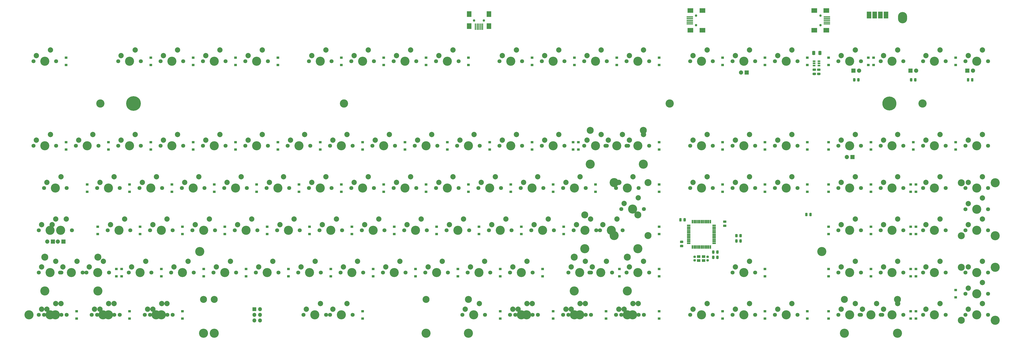
<source format=gbr>
G04 #@! TF.GenerationSoftware,KiCad,Pcbnew,5.1.6*
G04 #@! TF.CreationDate,2020-10-03T15:38:36+02:00*
G04 #@! TF.ProjectId,gh80-3003,67683830-2d33-4303-9033-2e6b69636164,rev?*
G04 #@! TF.SameCoordinates,Original*
G04 #@! TF.FileFunction,Soldermask,Bot*
G04 #@! TF.FilePolarity,Negative*
%FSLAX46Y46*%
G04 Gerber Fmt 4.6, Leading zero omitted, Abs format (unit mm)*
G04 Created by KiCad (PCBNEW 5.1.6) date 2020-10-03 15:38:36*
%MOMM*%
%LPD*%
G01*
G04 APERTURE LIST*
%ADD10C,1.803800*%
%ADD11C,4.089800*%
%ADD12C,2.388000*%
%ADD13R,1.162000X0.752000*%
%ADD14R,1.502000X1.302000*%
%ADD15R,1.302000X1.002000*%
%ADD16R,0.652000X1.602000*%
%ADD17R,1.602000X0.652000*%
%ADD18C,3.150000*%
%ADD19R,2.102000X3.102000*%
%ADD20O,4.102000X5.102000*%
%ADD21C,4.102000*%
%ADD22R,2.852000X0.602000*%
%ADD23R,2.602000X2.102000*%
%ADD24C,1.102000*%
%ADD25R,1.802000X1.802000*%
%ADD26O,1.802000X1.802000*%
%ADD27R,1.902000X1.902000*%
%ADD28C,1.902000*%
%ADD29C,6.602000*%
%ADD30C,3.702000*%
%ADD31C,6.302000*%
%ADD32R,1.880000X1.880000*%
%ADD33C,1.880000*%
%ADD34R,2.102000X2.602000*%
%ADD35R,0.602000X2.852000*%
G04 APERTURE END LIST*
D10*
X309881280Y-9525000D03*
X299721280Y-9525000D03*
D11*
X304801280Y-9525000D03*
D12*
X300991280Y-6985000D03*
X307341280Y-4445000D03*
D13*
X355453301Y-10450601D03*
X355453301Y-9500601D03*
X355453301Y-11400601D03*
X357653301Y-11400601D03*
X357653301Y-10450601D03*
X357653301Y-9500601D03*
G36*
G01*
X355965200Y-5084800D02*
X355965200Y-6396000D01*
G75*
G02*
X355694800Y-6666400I-270400J0D01*
G01*
X354883600Y-6666400D01*
G75*
G02*
X354613200Y-6396000I0J270400D01*
G01*
X354613200Y-5084800D01*
G75*
G02*
X354883600Y-4814400I270400J0D01*
G01*
X355694800Y-4814400D01*
G75*
G02*
X355965200Y-5084800I0J-270400D01*
G01*
G37*
G36*
G01*
X358765200Y-5084800D02*
X358765200Y-6396000D01*
G75*
G02*
X358494800Y-6666400I-270400J0D01*
G01*
X357683600Y-6666400D01*
G75*
G02*
X357413200Y-6396000I0J270400D01*
G01*
X357413200Y-5084800D01*
G75*
G02*
X357683600Y-4814400I270400J0D01*
G01*
X358494800Y-4814400D01*
G75*
G02*
X358765200Y-5084800I0J-270400D01*
G01*
G37*
G36*
G01*
X425249795Y-17377640D02*
X425249795Y-18341140D01*
G75*
G02*
X424980545Y-18610390I-269250J0D01*
G01*
X424442045Y-18610390D01*
G75*
G02*
X424172795Y-18341140I0J269250D01*
G01*
X424172795Y-17377640D01*
G75*
G02*
X424442045Y-17108390I269250J0D01*
G01*
X424980545Y-17108390D01*
G75*
G02*
X425249795Y-17377640I0J-269250D01*
G01*
G37*
G36*
G01*
X427124795Y-17377640D02*
X427124795Y-18341140D01*
G75*
G02*
X426855545Y-18610390I-269250J0D01*
G01*
X426317045Y-18610390D01*
G75*
G02*
X426047795Y-18341140I0J269250D01*
G01*
X426047795Y-17377640D01*
G75*
G02*
X426317045Y-17108390I269250J0D01*
G01*
X426855545Y-17108390D01*
G75*
G02*
X427124795Y-17377640I0J-269250D01*
G01*
G37*
G36*
G01*
X399651336Y-17377640D02*
X399651336Y-18341140D01*
G75*
G02*
X399382086Y-18610390I-269250J0D01*
G01*
X398843586Y-18610390D01*
G75*
G02*
X398574336Y-18341140I0J269250D01*
G01*
X398574336Y-17377640D01*
G75*
G02*
X398843586Y-17108390I269250J0D01*
G01*
X399382086Y-17108390D01*
G75*
G02*
X399651336Y-17377640I0J-269250D01*
G01*
G37*
G36*
G01*
X401526336Y-17377640D02*
X401526336Y-18341140D01*
G75*
G02*
X401257086Y-18610390I-269250J0D01*
G01*
X400718586Y-18610390D01*
G75*
G02*
X400449336Y-18341140I0J269250D01*
G01*
X400449336Y-17377640D01*
G75*
G02*
X400718586Y-17108390I269250J0D01*
G01*
X401257086Y-17108390D01*
G75*
G02*
X401526336Y-17377640I0J-269250D01*
G01*
G37*
G36*
G01*
X374052877Y-17377640D02*
X374052877Y-18341140D01*
G75*
G02*
X373783627Y-18610390I-269250J0D01*
G01*
X373245127Y-18610390D01*
G75*
G02*
X372975877Y-18341140I0J269250D01*
G01*
X372975877Y-17377640D01*
G75*
G02*
X373245127Y-17108390I269250J0D01*
G01*
X373783627Y-17108390D01*
G75*
G02*
X374052877Y-17377640I0J-269250D01*
G01*
G37*
G36*
G01*
X375927877Y-17377640D02*
X375927877Y-18341140D01*
G75*
G02*
X375658627Y-18610390I-269250J0D01*
G01*
X375120127Y-18610390D01*
G75*
G02*
X374850877Y-18341140I0J269250D01*
G01*
X374850877Y-17377640D01*
G75*
G02*
X375120127Y-17108390I269250J0D01*
G01*
X375658627Y-17108390D01*
G75*
G02*
X375927877Y-17377640I0J-269250D01*
G01*
G37*
G36*
G01*
X357087551Y-14634201D02*
X358051051Y-14634201D01*
G75*
G02*
X358320301Y-14903451I0J-269250D01*
G01*
X358320301Y-15441951D01*
G75*
G02*
X358051051Y-15711201I-269250J0D01*
G01*
X357087551Y-15711201D01*
G75*
G02*
X356818301Y-15441951I0J269250D01*
G01*
X356818301Y-14903451D01*
G75*
G02*
X357087551Y-14634201I269250J0D01*
G01*
G37*
G36*
G01*
X357087551Y-12759201D02*
X358051051Y-12759201D01*
G75*
G02*
X358320301Y-13028451I0J-269250D01*
G01*
X358320301Y-13566951D01*
G75*
G02*
X358051051Y-13836201I-269250J0D01*
G01*
X357087551Y-13836201D01*
G75*
G02*
X356818301Y-13566951I0J269250D01*
G01*
X356818301Y-13028451D01*
G75*
G02*
X357087551Y-12759201I269250J0D01*
G01*
G37*
G36*
G01*
X355055551Y-14634201D02*
X356019051Y-14634201D01*
G75*
G02*
X356288301Y-14903451I0J-269250D01*
G01*
X356288301Y-15441951D01*
G75*
G02*
X356019051Y-15711201I-269250J0D01*
G01*
X355055551Y-15711201D01*
G75*
G02*
X354786301Y-15441951I0J269250D01*
G01*
X354786301Y-14903451D01*
G75*
G02*
X355055551Y-14634201I269250J0D01*
G01*
G37*
G36*
G01*
X355055551Y-12759201D02*
X356019051Y-12759201D01*
G75*
G02*
X356288301Y-13028451I0J-269250D01*
G01*
X356288301Y-13566951D01*
G75*
G02*
X356019051Y-13836201I-269250J0D01*
G01*
X355055551Y-13836201D01*
G75*
G02*
X354786301Y-13566951I0J269250D01*
G01*
X354786301Y-13028451D01*
G75*
G02*
X355055551Y-12759201I269250J0D01*
G01*
G37*
G36*
G01*
X295892000Y-80480818D02*
X295892000Y-81444318D01*
G75*
G02*
X295622750Y-81713568I-269250J0D01*
G01*
X295084250Y-81713568D01*
G75*
G02*
X294815000Y-81444318I0J269250D01*
G01*
X294815000Y-80480818D01*
G75*
G02*
X295084250Y-80211568I269250J0D01*
G01*
X295622750Y-80211568D01*
G75*
G02*
X295892000Y-80480818I0J-269250D01*
G01*
G37*
G36*
G01*
X297767000Y-80480818D02*
X297767000Y-81444318D01*
G75*
G02*
X297497750Y-81713568I-269250J0D01*
G01*
X296959250Y-81713568D01*
G75*
G02*
X296690000Y-81444318I0J269250D01*
G01*
X296690000Y-80480818D01*
G75*
G02*
X296959250Y-80211568I269250J0D01*
G01*
X297497750Y-80211568D01*
G75*
G02*
X297767000Y-80480818I0J-269250D01*
G01*
G37*
G36*
G01*
X310667000Y-94994998D02*
X310667000Y-95958498D01*
G75*
G02*
X310397750Y-96227748I-269250J0D01*
G01*
X309859250Y-96227748D01*
G75*
G02*
X309590000Y-95958498I0J269250D01*
G01*
X309590000Y-94994998D01*
G75*
G02*
X309859250Y-94725748I269250J0D01*
G01*
X310397750Y-94725748D01*
G75*
G02*
X310667000Y-94994998I0J-269250D01*
G01*
G37*
G36*
G01*
X312542000Y-94994998D02*
X312542000Y-95958498D01*
G75*
G02*
X312272750Y-96227748I-269250J0D01*
G01*
X311734250Y-96227748D01*
G75*
G02*
X311465000Y-95958498I0J269250D01*
G01*
X311465000Y-94994998D01*
G75*
G02*
X311734250Y-94725748I269250J0D01*
G01*
X312272750Y-94725748D01*
G75*
G02*
X312542000Y-94994998I0J-269250D01*
G01*
G37*
G36*
G01*
X321868020Y-88588074D02*
X321868020Y-87624574D01*
G75*
G02*
X322137270Y-87355324I269250J0D01*
G01*
X322675770Y-87355324D01*
G75*
G02*
X322945020Y-87624574I0J-269250D01*
G01*
X322945020Y-88588074D01*
G75*
G02*
X322675770Y-88857324I-269250J0D01*
G01*
X322137270Y-88857324D01*
G75*
G02*
X321868020Y-88588074I0J269250D01*
G01*
G37*
G36*
G01*
X319993020Y-88588074D02*
X319993020Y-87624574D01*
G75*
G02*
X320262270Y-87355324I269250J0D01*
G01*
X320800770Y-87355324D01*
G75*
G02*
X321070020Y-87624574I0J-269250D01*
G01*
X321070020Y-88588074D01*
G75*
G02*
X320800770Y-88857324I-269250J0D01*
G01*
X320262270Y-88857324D01*
G75*
G02*
X319993020Y-88588074I0J269250D01*
G01*
G37*
G36*
G01*
X352526296Y-78099566D02*
X352526296Y-79063066D01*
G75*
G02*
X352257046Y-79332316I-269250J0D01*
G01*
X351718546Y-79332316D01*
G75*
G02*
X351449296Y-79063066I0J269250D01*
G01*
X351449296Y-78099566D01*
G75*
G02*
X351718546Y-77830316I269250J0D01*
G01*
X352257046Y-77830316D01*
G75*
G02*
X352526296Y-78099566I0J-269250D01*
G01*
G37*
G36*
G01*
X354401296Y-78099566D02*
X354401296Y-79063066D01*
G75*
G02*
X354132046Y-79332316I-269250J0D01*
G01*
X353593546Y-79332316D01*
G75*
G02*
X353324296Y-79063066I0J269250D01*
G01*
X353324296Y-78099566D01*
G75*
G02*
X353593546Y-77830316I269250J0D01*
G01*
X354132046Y-77830316D01*
G75*
G02*
X354401296Y-78099566I0J-269250D01*
G01*
G37*
G36*
G01*
X315761750Y-82326500D02*
X314798250Y-82326500D01*
G75*
G02*
X314529000Y-82057250I0J269250D01*
G01*
X314529000Y-81518750D01*
G75*
G02*
X314798250Y-81249500I269250J0D01*
G01*
X315761750Y-81249500D01*
G75*
G02*
X316031000Y-81518750I0J-269250D01*
G01*
X316031000Y-82057250D01*
G75*
G02*
X315761750Y-82326500I-269250J0D01*
G01*
G37*
G36*
G01*
X315761750Y-84201500D02*
X314798250Y-84201500D01*
G75*
G02*
X314529000Y-83932250I0J269250D01*
G01*
X314529000Y-83393750D01*
G75*
G02*
X314798250Y-83124500I269250J0D01*
G01*
X315761750Y-83124500D01*
G75*
G02*
X316031000Y-83393750I0J-269250D01*
G01*
X316031000Y-83932250D01*
G75*
G02*
X315761750Y-84201500I-269250J0D01*
G01*
G37*
G36*
G01*
X295428250Y-92239000D02*
X296391750Y-92239000D01*
G75*
G02*
X296661000Y-92508250I0J-269250D01*
G01*
X296661000Y-93046750D01*
G75*
G02*
X296391750Y-93316000I-269250J0D01*
G01*
X295428250Y-93316000D01*
G75*
G02*
X295159000Y-93046750I0J269250D01*
G01*
X295159000Y-92508250D01*
G75*
G02*
X295428250Y-92239000I269250J0D01*
G01*
G37*
G36*
G01*
X295428250Y-90364000D02*
X296391750Y-90364000D01*
G75*
G02*
X296661000Y-90633250I0J-269250D01*
G01*
X296661000Y-91171750D01*
G75*
G02*
X296391750Y-91441000I-269250J0D01*
G01*
X295428250Y-91441000D01*
G75*
G02*
X295159000Y-91171750I0J269250D01*
G01*
X295159000Y-90633250D01*
G75*
G02*
X295428250Y-90364000I269250J0D01*
G01*
G37*
G36*
G01*
X311465000Y-98339750D02*
X311465000Y-97376250D01*
G75*
G02*
X311734250Y-97107000I269250J0D01*
G01*
X312272750Y-97107000D01*
G75*
G02*
X312542000Y-97376250I0J-269250D01*
G01*
X312542000Y-98339750D01*
G75*
G02*
X312272750Y-98609000I-269250J0D01*
G01*
X311734250Y-98609000D01*
G75*
G02*
X311465000Y-98339750I0J269250D01*
G01*
G37*
G36*
G01*
X309590000Y-98339750D02*
X309590000Y-97376250D01*
G75*
G02*
X309859250Y-97107000I269250J0D01*
G01*
X310397750Y-97107000D01*
G75*
G02*
X310667000Y-97376250I0J-269250D01*
G01*
X310667000Y-98339750D01*
G75*
G02*
X310397750Y-98609000I-269250J0D01*
G01*
X309859250Y-98609000D01*
G75*
G02*
X309590000Y-98339750I0J269250D01*
G01*
G37*
G36*
G01*
X321868020Y-90969326D02*
X321868020Y-90005826D01*
G75*
G02*
X322137270Y-89736576I269250J0D01*
G01*
X322675770Y-89736576D01*
G75*
G02*
X322945020Y-90005826I0J-269250D01*
G01*
X322945020Y-90969326D01*
G75*
G02*
X322675770Y-91238576I-269250J0D01*
G01*
X322137270Y-91238576D01*
G75*
G02*
X321868020Y-90969326I0J269250D01*
G01*
G37*
G36*
G01*
X319993020Y-90969326D02*
X319993020Y-90005826D01*
G75*
G02*
X320262270Y-89736576I269250J0D01*
G01*
X320800770Y-89736576D01*
G75*
G02*
X321070020Y-90005826I0J-269250D01*
G01*
X321070020Y-90969326D01*
G75*
G02*
X320800770Y-91238576I-269250J0D01*
G01*
X320262270Y-91238576D01*
G75*
G02*
X319993020Y-90969326I0J269250D01*
G01*
G37*
D10*
X243205000Y-9525000D03*
X233045000Y-9525000D03*
D11*
X238125000Y-9525000D03*
D12*
X234315000Y-6985000D03*
X240665000Y-4445000D03*
D10*
X433706800Y-9525040D03*
X423546800Y-9525040D03*
D11*
X428626800Y-9525040D03*
D12*
X424816800Y-6985040D03*
X431166800Y-4445040D03*
D10*
X395605000Y-47625000D03*
X385445000Y-47625000D03*
D11*
X390525000Y-47625000D03*
D12*
X386715000Y-45085000D03*
X393065000Y-42545000D03*
D10*
X224155920Y-47625200D03*
X213995920Y-47625200D03*
D11*
X219075920Y-47625200D03*
D12*
X215265920Y-45085200D03*
X221615920Y-42545200D03*
D10*
X62230000Y-66675000D03*
X52070000Y-66675000D03*
D11*
X57150000Y-66675000D03*
D12*
X53340000Y-64135000D03*
X59690000Y-61595000D03*
D10*
X309880000Y-66675000D03*
X299720000Y-66675000D03*
D11*
X304800000Y-66675000D03*
D12*
X300990000Y-64135000D03*
X307340000Y-61595000D03*
D10*
X414655000Y-66675000D03*
X404495000Y-66675000D03*
D11*
X409575000Y-66675000D03*
D12*
X405765000Y-64135000D03*
X412115000Y-61595000D03*
D10*
X21748750Y-85725000D03*
X11588750Y-85725000D03*
D11*
X16668750Y-85725000D03*
D12*
X12858750Y-83185000D03*
X19208750Y-80645000D03*
D10*
X328930000Y-104775000D03*
X318770000Y-104775000D03*
D11*
X323850000Y-104775000D03*
D12*
X320040000Y-102235000D03*
X326390000Y-99695000D03*
D10*
X209867500Y-104775000D03*
X199707500Y-104775000D03*
D11*
X204787500Y-104775000D03*
D12*
X200977500Y-102235000D03*
X207327500Y-99695000D03*
D14*
X305773000Y-97575000D03*
X303573000Y-97575000D03*
X303573000Y-99275000D03*
X305773000Y-99275000D03*
D15*
X419100352Y-7875008D03*
X419100352Y-11175008D03*
X379809694Y-7875008D03*
X379809694Y-11175008D03*
X382190946Y-7875008D03*
X382190946Y-11175008D03*
X361950304Y-7875008D03*
X361950304Y-11175008D03*
X419100352Y-112650096D03*
X419100352Y-115950096D03*
X401240962Y-122175104D03*
X401240962Y-125475104D03*
X398859710Y-122175104D03*
X398859710Y-125475104D03*
X361950304Y-122175104D03*
X361950304Y-125475104D03*
X352425296Y-122175104D03*
X352425296Y-125475104D03*
X333375280Y-122175104D03*
X333375280Y-125475104D03*
X314325264Y-122175104D03*
X314325264Y-125475104D03*
X285750240Y-122175104D03*
X285750240Y-125475104D03*
X261937720Y-122175104D03*
X261937720Y-125475104D03*
X238125200Y-122175104D03*
X238125200Y-125475104D03*
X214312680Y-122175104D03*
X214312680Y-125475104D03*
X152400128Y-122175104D03*
X152400128Y-125475104D03*
X71437560Y-122175104D03*
X71437560Y-125475104D03*
X47625040Y-122175104D03*
X47625040Y-125475104D03*
X23812520Y-122175104D03*
X23812520Y-125475104D03*
X398859710Y-103125088D03*
X398859710Y-106425088D03*
X401240962Y-103125088D03*
X401240962Y-106425088D03*
X381000320Y-103125088D03*
X381000320Y-106425088D03*
X361950304Y-103125088D03*
X361950304Y-106425088D03*
X333375280Y-103125088D03*
X333375280Y-106425088D03*
X285750240Y-103125088D03*
X285750240Y-106425088D03*
X267890850Y-103125088D03*
X267890850Y-106425088D03*
X233362696Y-103125088D03*
X233362696Y-106425088D03*
X214312680Y-103125088D03*
X214312680Y-106425088D03*
X195262664Y-103125088D03*
X195262664Y-106425088D03*
X176212648Y-103125088D03*
X176212648Y-106425088D03*
X157162632Y-103125088D03*
X157162632Y-106425088D03*
X138112616Y-103125088D03*
X138112616Y-106425088D03*
X119062600Y-103125088D03*
X119062600Y-106425088D03*
X100012584Y-103125088D03*
X100012584Y-106425088D03*
X80962568Y-103125088D03*
X80962568Y-106425088D03*
X61912552Y-103125088D03*
X61912552Y-106425088D03*
X41671910Y-103125088D03*
X41671910Y-106425088D03*
X44053162Y-103125088D03*
X44053162Y-106425088D03*
X398859710Y-84075072D03*
X398859710Y-87375072D03*
X401240962Y-84075072D03*
X401240962Y-87375072D03*
X381000320Y-84075072D03*
X381000320Y-87375072D03*
X361950304Y-84075072D03*
X361950304Y-87375072D03*
X285750240Y-84075072D03*
X285750240Y-87375072D03*
X242887704Y-84075072D03*
X242887704Y-87375072D03*
X223837688Y-84075072D03*
X223837688Y-87375072D03*
X204787672Y-84075072D03*
X204787672Y-87375072D03*
X185737656Y-84075072D03*
X185737656Y-87375072D03*
X166687640Y-84075072D03*
X166687640Y-87375072D03*
X147637624Y-84075072D03*
X147637624Y-87375072D03*
X128587608Y-84075072D03*
X128587608Y-87375072D03*
X109537592Y-84075072D03*
X109537592Y-87375072D03*
X90487576Y-84075072D03*
X90487576Y-87375072D03*
X71437560Y-84075072D03*
X71437560Y-87375072D03*
X52387544Y-84075072D03*
X52387544Y-87375072D03*
X33337528Y-84075072D03*
X33337528Y-87375072D03*
X398859710Y-65025056D03*
X398859710Y-68325056D03*
X401240962Y-65025056D03*
X401240962Y-68325056D03*
X381000320Y-65025056D03*
X381000320Y-68325056D03*
X361950304Y-65025056D03*
X361950304Y-68325056D03*
X352425296Y-65025056D03*
X352425296Y-68325056D03*
X333375280Y-65025056D03*
X333375280Y-68325056D03*
X314325264Y-65025056D03*
X314325264Y-68325056D03*
X285750240Y-65025056D03*
X285750240Y-68325056D03*
X257175216Y-65025056D03*
X257175216Y-68325056D03*
X238125200Y-65025056D03*
X238125200Y-68325056D03*
X219075184Y-65025056D03*
X219075184Y-68325056D03*
X200025168Y-65025056D03*
X200025168Y-68325056D03*
X180975152Y-65025056D03*
X180975152Y-68325056D03*
X161925136Y-65025056D03*
X161925136Y-68325056D03*
X142875120Y-65025056D03*
X142875120Y-68325056D03*
X123825104Y-65025056D03*
X123825104Y-68325056D03*
X104775088Y-65025056D03*
X104775088Y-68325056D03*
X85725072Y-65025056D03*
X85725072Y-68325056D03*
X66675056Y-65025056D03*
X66675056Y-68325056D03*
X47625040Y-65025056D03*
X47625040Y-68325056D03*
X28575024Y-65025056D03*
X28575024Y-68325056D03*
X419100352Y-45975040D03*
X419100352Y-49275040D03*
X400050336Y-45975040D03*
X400050336Y-49275040D03*
X381000320Y-45975040D03*
X381000320Y-49275040D03*
X361950304Y-45975040D03*
X361950304Y-49275040D03*
X352425296Y-45975040D03*
X352425296Y-49275040D03*
X333375280Y-45975040D03*
X333375280Y-49275040D03*
X314325264Y-45975040D03*
X314325264Y-49275040D03*
X285750240Y-45975040D03*
X285750240Y-49275040D03*
X249436147Y-45975040D03*
X249436147Y-49275040D03*
X247054895Y-45975040D03*
X247054895Y-49275040D03*
X228600192Y-45975040D03*
X228600192Y-49275040D03*
X209550176Y-45975040D03*
X209550176Y-49275040D03*
X190500160Y-45975040D03*
X190500160Y-49275040D03*
X171450144Y-45975040D03*
X171450144Y-49275040D03*
X152400128Y-45975040D03*
X152400128Y-49275040D03*
X133350112Y-45975040D03*
X133350112Y-49275040D03*
X114300096Y-45975040D03*
X114300096Y-49275040D03*
X95250080Y-45975040D03*
X95250080Y-49275040D03*
X76200064Y-45975040D03*
X76200064Y-49275040D03*
X57150048Y-45975040D03*
X57150048Y-49275040D03*
X38100032Y-45975040D03*
X38100032Y-49275040D03*
X19050016Y-45975040D03*
X19050016Y-49275040D03*
X352425296Y-7875008D03*
X352425296Y-11175008D03*
X333375280Y-7875008D03*
X333375280Y-11175008D03*
X314325264Y-7875008D03*
X314325264Y-11175008D03*
X285750240Y-7875008D03*
X285750240Y-11175008D03*
X266700224Y-7875008D03*
X266700224Y-11175008D03*
X247650208Y-7875008D03*
X247650208Y-11175008D03*
X228600192Y-7875008D03*
X228600192Y-11175008D03*
X200025168Y-7875008D03*
X200025168Y-11175008D03*
X180975152Y-7875008D03*
X180975152Y-11175008D03*
X161925136Y-7875008D03*
X161925136Y-11175008D03*
X142875120Y-7875008D03*
X142875120Y-11175008D03*
X114300096Y-7875008D03*
X114300096Y-11175008D03*
X95250080Y-7875008D03*
X95250080Y-11175008D03*
X76200064Y-7875008D03*
X76200064Y-11175008D03*
X57150048Y-7875008D03*
X57150048Y-11175008D03*
X19050016Y-7875008D03*
X19050016Y-11175008D03*
G36*
G01*
X301470250Y-98724000D02*
X302033750Y-98724000D01*
G75*
G02*
X302278000Y-98968250I0J-244250D01*
G01*
X302278000Y-99456750D01*
G75*
G02*
X302033750Y-99701000I-244250J0D01*
G01*
X301470250Y-99701000D01*
G75*
G02*
X301226000Y-99456750I0J244250D01*
G01*
X301226000Y-98968250D01*
G75*
G02*
X301470250Y-98724000I244250J0D01*
G01*
G37*
G36*
G01*
X301470250Y-97149000D02*
X302033750Y-97149000D01*
G75*
G02*
X302278000Y-97393250I0J-244250D01*
G01*
X302278000Y-97881750D01*
G75*
G02*
X302033750Y-98126000I-244250J0D01*
G01*
X301470250Y-98126000D01*
G75*
G02*
X301226000Y-97881750I0J244250D01*
G01*
X301226000Y-97393250D01*
G75*
G02*
X301470250Y-97149000I244250J0D01*
G01*
G37*
G36*
G01*
X307875750Y-98126000D02*
X307312250Y-98126000D01*
G75*
G02*
X307068000Y-97881750I0J244250D01*
G01*
X307068000Y-97393250D01*
G75*
G02*
X307312250Y-97149000I244250J0D01*
G01*
X307875750Y-97149000D01*
G75*
G02*
X308120000Y-97393250I0J-244250D01*
G01*
X308120000Y-97881750D01*
G75*
G02*
X307875750Y-98126000I-244250J0D01*
G01*
G37*
G36*
G01*
X307875750Y-99701000D02*
X307312250Y-99701000D01*
G75*
G02*
X307068000Y-99456750I0J244250D01*
G01*
X307068000Y-98968250D01*
G75*
G02*
X307312250Y-98724000I244250J0D01*
G01*
X307875750Y-98724000D01*
G75*
G02*
X308120000Y-98968250I0J-244250D01*
G01*
X308120000Y-99456750D01*
G75*
G02*
X307875750Y-99701000I-244250J0D01*
G01*
G37*
D16*
X308800256Y-81811011D03*
X308000256Y-81811011D03*
X307200256Y-81811011D03*
X306400256Y-81811011D03*
X305600256Y-81811011D03*
X304800256Y-81811011D03*
X304000256Y-81811011D03*
X303200256Y-81811011D03*
X302400256Y-81811011D03*
X301600256Y-81811011D03*
X300800256Y-81811011D03*
D17*
X299100256Y-83511011D03*
X299100256Y-84311011D03*
X299100256Y-85111011D03*
X299100256Y-85911011D03*
X299100256Y-86711011D03*
X299100256Y-87511011D03*
X299100256Y-88311011D03*
X299100256Y-89111011D03*
X299100256Y-89911011D03*
X299100256Y-90711011D03*
X299100256Y-91511011D03*
D16*
X300800256Y-93211011D03*
X301600256Y-93211011D03*
X302400256Y-93211011D03*
X303200256Y-93211011D03*
X304000256Y-93211011D03*
X304800256Y-93211011D03*
X305600256Y-93211011D03*
X306400256Y-93211011D03*
X307200256Y-93211011D03*
X308000256Y-93211011D03*
X308800256Y-93211011D03*
D17*
X310500256Y-91511011D03*
X310500256Y-90711011D03*
X310500256Y-89911011D03*
X310500256Y-89111011D03*
X310500256Y-88311011D03*
X310500256Y-87511011D03*
X310500256Y-86711011D03*
X310500256Y-85911011D03*
X310500256Y-85111011D03*
X310500256Y-84311011D03*
X310500256Y-83511011D03*
D11*
X265588750Y-64211201D03*
X265588750Y-88087201D03*
D18*
X280828750Y-64211201D03*
X280828750Y-88087201D03*
D10*
X278923750Y-76149201D03*
X268763750Y-76149201D03*
D11*
X273843750Y-76149201D03*
D12*
X270033750Y-73609201D03*
X276383750Y-71069201D03*
D10*
X157480000Y-9525000D03*
X147320000Y-9525000D03*
D11*
X152400000Y-9525000D03*
D12*
X148590000Y-6985000D03*
X154940000Y-4445000D03*
D10*
X14605008Y-9525008D03*
X4445008Y-9525008D03*
D11*
X9525008Y-9525008D03*
D12*
X5715008Y-6985008D03*
X12065008Y-4445008D03*
D10*
X52705200Y-9525000D03*
X42545200Y-9525000D03*
D11*
X47625200Y-9525000D03*
D12*
X43815200Y-6985000D03*
X50165200Y-4445000D03*
D10*
X71755000Y-9525000D03*
X61595000Y-9525000D03*
D11*
X66675000Y-9525000D03*
D12*
X62865000Y-6985000D03*
X69215000Y-4445000D03*
D10*
X90805360Y-9525000D03*
X80645360Y-9525000D03*
D11*
X85725360Y-9525000D03*
D12*
X81915360Y-6985000D03*
X88265360Y-4445000D03*
D10*
X109855440Y-9525000D03*
X99695440Y-9525000D03*
D11*
X104775440Y-9525000D03*
D12*
X100965440Y-6985000D03*
X107315440Y-4445000D03*
D10*
X138430000Y-9525000D03*
X128270000Y-9525000D03*
D11*
X133350000Y-9525000D03*
D12*
X129540000Y-6985000D03*
X135890000Y-4445000D03*
D10*
X176530000Y-9525000D03*
X166370000Y-9525000D03*
D11*
X171450000Y-9525000D03*
D12*
X167640000Y-6985000D03*
X173990000Y-4445000D03*
D10*
X195580000Y-9525000D03*
X185420000Y-9525000D03*
D11*
X190500000Y-9525000D03*
D12*
X186690000Y-6985000D03*
X193040000Y-4445000D03*
D10*
X224155000Y-9525000D03*
X213995000Y-9525000D03*
D11*
X219075000Y-9525000D03*
D12*
X215265000Y-6985000D03*
X221615000Y-4445000D03*
D10*
X262255000Y-9525000D03*
X252095000Y-9525000D03*
D11*
X257175000Y-9525000D03*
D12*
X253365000Y-6985000D03*
X259715000Y-4445000D03*
D10*
X281305000Y-9525000D03*
X271145000Y-9525000D03*
D11*
X276225000Y-9525000D03*
D12*
X272415000Y-6985000D03*
X278765000Y-4445000D03*
D10*
X328931360Y-9525040D03*
X318771360Y-9525040D03*
D11*
X323851360Y-9525040D03*
D12*
X320041360Y-6985040D03*
X326391360Y-4445040D03*
D10*
X347980000Y-9525000D03*
X337820000Y-9525000D03*
D11*
X342900000Y-9525000D03*
D12*
X339090000Y-6985000D03*
X345440000Y-4445000D03*
D10*
X14605040Y-47625000D03*
X4445040Y-47625000D03*
D11*
X9525040Y-47625000D03*
D12*
X5715040Y-45085000D03*
X12065040Y-42545000D03*
D10*
X33655000Y-47625000D03*
X23495000Y-47625000D03*
D11*
X28575000Y-47625000D03*
D12*
X24765000Y-45085000D03*
X31115000Y-42545000D03*
D10*
X52705200Y-47625200D03*
X42545200Y-47625200D03*
D11*
X47625200Y-47625200D03*
D12*
X43815200Y-45085200D03*
X50165200Y-42545200D03*
D10*
X71755280Y-47625200D03*
X61595280Y-47625200D03*
D11*
X66675280Y-47625200D03*
D12*
X62865280Y-45085200D03*
X69215280Y-42545200D03*
D10*
X90805360Y-47625200D03*
X80645360Y-47625200D03*
D11*
X85725360Y-47625200D03*
D12*
X81915360Y-45085200D03*
X88265360Y-42545200D03*
D10*
X109855440Y-47625200D03*
X99695440Y-47625200D03*
D11*
X104775440Y-47625200D03*
D12*
X100965440Y-45085200D03*
X107315440Y-42545200D03*
D10*
X128905520Y-47625200D03*
X118745520Y-47625200D03*
D11*
X123825520Y-47625200D03*
D12*
X120015520Y-45085200D03*
X126365520Y-42545200D03*
D10*
X147955000Y-47625000D03*
X137795000Y-47625000D03*
D11*
X142875000Y-47625000D03*
D12*
X139065000Y-45085000D03*
X145415000Y-42545000D03*
D10*
X167005680Y-47625200D03*
X156845680Y-47625200D03*
D11*
X161925680Y-47625200D03*
D12*
X158115680Y-45085200D03*
X164465680Y-42545200D03*
D10*
X186055000Y-47625200D03*
X175895000Y-47625200D03*
D11*
X180975000Y-47625200D03*
D12*
X177165000Y-45085200D03*
X183515000Y-42545200D03*
D10*
X205105840Y-47625200D03*
X194945840Y-47625200D03*
D11*
X200025840Y-47625200D03*
D12*
X196215840Y-45085200D03*
X202565840Y-42545200D03*
D10*
X243206000Y-47625000D03*
X233046000Y-47625000D03*
D11*
X238126000Y-47625000D03*
D12*
X234316000Y-45085000D03*
X240666000Y-42545000D03*
D10*
X262256080Y-47625200D03*
X252096080Y-47625200D03*
D11*
X257176080Y-47625200D03*
D12*
X253366080Y-45085200D03*
X259716080Y-42545200D03*
D11*
X278638000Y-55880000D03*
X254762000Y-55880000D03*
D18*
X278638000Y-40640000D03*
X254762000Y-40640000D03*
D10*
X271780000Y-47625000D03*
X261620000Y-47625000D03*
D11*
X266700000Y-47625000D03*
D12*
X262890000Y-45085000D03*
X269240000Y-42545000D03*
D10*
X309880000Y-47625000D03*
X299720000Y-47625000D03*
D11*
X304800000Y-47625000D03*
D12*
X300990000Y-45085000D03*
X307340000Y-42545000D03*
D10*
X328930000Y-47625000D03*
X318770000Y-47625000D03*
D11*
X323850000Y-47625000D03*
D12*
X320040000Y-45085000D03*
X326390000Y-42545000D03*
D10*
X347980000Y-47625000D03*
X337820000Y-47625000D03*
D11*
X342900000Y-47625000D03*
D12*
X339090000Y-45085000D03*
X345440000Y-42545000D03*
D10*
X376555000Y-47625000D03*
X366395000Y-47625000D03*
D11*
X371475000Y-47625000D03*
D12*
X367665000Y-45085000D03*
X374015000Y-42545000D03*
D10*
X414655000Y-47625000D03*
X404495000Y-47625000D03*
D11*
X409575000Y-47625000D03*
D12*
X405765000Y-45085000D03*
X412115000Y-42545000D03*
D10*
X433705000Y-47625000D03*
X423545000Y-47625000D03*
D11*
X428625000Y-47625000D03*
D12*
X424815000Y-45085000D03*
X431165000Y-42545000D03*
D10*
X19367500Y-66675000D03*
X9207500Y-66675000D03*
D11*
X14287500Y-66675000D03*
D12*
X10477500Y-64135000D03*
X16827500Y-61595000D03*
D10*
X43180000Y-66675000D03*
X33020000Y-66675000D03*
D11*
X38100000Y-66675000D03*
D12*
X34290000Y-64135000D03*
X40640000Y-61595000D03*
D10*
X81280000Y-66675000D03*
X71120000Y-66675000D03*
D11*
X76200000Y-66675000D03*
D12*
X72390000Y-64135000D03*
X78740000Y-61595000D03*
D10*
X100330000Y-66675000D03*
X90170000Y-66675000D03*
D11*
X95250000Y-66675000D03*
D12*
X91440000Y-64135000D03*
X97790000Y-61595000D03*
D10*
X119380000Y-66675000D03*
X109220000Y-66675000D03*
D11*
X114300000Y-66675000D03*
D12*
X110490000Y-64135000D03*
X116840000Y-61595000D03*
D10*
X138430000Y-66675000D03*
X128270000Y-66675000D03*
D11*
X133350000Y-66675000D03*
D12*
X129540000Y-64135000D03*
X135890000Y-61595000D03*
D10*
X157480000Y-66675000D03*
X147320000Y-66675000D03*
D11*
X152400000Y-66675000D03*
D12*
X148590000Y-64135000D03*
X154940000Y-61595000D03*
D10*
X176530000Y-66675000D03*
X166370000Y-66675000D03*
D11*
X171450000Y-66675000D03*
D12*
X167640000Y-64135000D03*
X173990000Y-61595000D03*
D10*
X195580000Y-66675000D03*
X185420000Y-66675000D03*
D11*
X190500000Y-66675000D03*
D12*
X186690000Y-64135000D03*
X193040000Y-61595000D03*
D10*
X214630000Y-66675000D03*
X204470000Y-66675000D03*
D11*
X209550000Y-66675000D03*
D12*
X205740000Y-64135000D03*
X212090000Y-61595000D03*
D10*
X233680000Y-66675000D03*
X223520000Y-66675000D03*
D11*
X228600000Y-66675000D03*
D12*
X224790000Y-64135000D03*
X231140000Y-61595000D03*
D10*
X252730000Y-66675000D03*
X242570000Y-66675000D03*
D11*
X247650000Y-66675000D03*
D12*
X243840000Y-64135000D03*
X250190000Y-61595000D03*
D10*
X276542500Y-66675000D03*
X266382500Y-66675000D03*
D11*
X271462500Y-66675000D03*
D12*
X267652500Y-64135000D03*
X274002500Y-61595000D03*
D10*
X328930000Y-66675000D03*
X318770000Y-66675000D03*
D11*
X323850000Y-66675000D03*
D12*
X320040000Y-64135000D03*
X326390000Y-61595000D03*
D10*
X347980000Y-66675000D03*
X337820000Y-66675000D03*
D11*
X342900000Y-66675000D03*
D12*
X339090000Y-64135000D03*
X345440000Y-61595000D03*
D10*
X376555000Y-66675000D03*
X366395000Y-66675000D03*
D11*
X371475000Y-66675000D03*
D12*
X367665000Y-64135000D03*
X374015000Y-61595000D03*
D10*
X395605000Y-66675000D03*
X385445000Y-66675000D03*
D11*
X390525000Y-66675000D03*
D12*
X386715000Y-64135000D03*
X393065000Y-61595000D03*
D10*
X433705000Y-66675000D03*
X423545000Y-66675000D03*
D11*
X428625000Y-66675000D03*
D12*
X424815000Y-64135000D03*
X431165000Y-61595000D03*
D10*
X47942500Y-85725000D03*
X37782500Y-85725000D03*
D11*
X42862500Y-85725000D03*
D12*
X39052500Y-83185000D03*
X45402500Y-80645000D03*
D10*
X66992500Y-85725000D03*
X56832500Y-85725000D03*
D11*
X61912500Y-85725000D03*
D12*
X58102500Y-83185000D03*
X64452500Y-80645000D03*
D10*
X86042500Y-85725000D03*
X75882500Y-85725000D03*
D11*
X80962500Y-85725000D03*
D12*
X77152500Y-83185000D03*
X83502500Y-80645000D03*
D10*
X105092500Y-85725000D03*
X94932500Y-85725000D03*
D11*
X100012500Y-85725000D03*
D12*
X96202500Y-83185000D03*
X102552500Y-80645000D03*
D10*
X124142500Y-85725000D03*
X113982500Y-85725000D03*
D11*
X119062500Y-85725000D03*
D12*
X115252500Y-83185000D03*
X121602500Y-80645000D03*
D10*
X143192500Y-85725000D03*
X133032500Y-85725000D03*
D11*
X138112500Y-85725000D03*
D12*
X134302500Y-83185000D03*
X140652500Y-80645000D03*
D10*
X162242500Y-85725000D03*
X152082500Y-85725000D03*
D11*
X157162500Y-85725000D03*
D12*
X153352500Y-83185000D03*
X159702500Y-80645000D03*
D10*
X181292500Y-85725000D03*
X171132500Y-85725000D03*
D11*
X176212500Y-85725000D03*
D12*
X172402500Y-83185000D03*
X178752500Y-80645000D03*
D10*
X200342500Y-85725000D03*
X190182500Y-85725000D03*
D11*
X195262500Y-85725000D03*
D12*
X191452500Y-83185000D03*
X197802500Y-80645000D03*
D10*
X219392500Y-85725000D03*
X209232500Y-85725000D03*
D11*
X214312500Y-85725000D03*
D12*
X210502500Y-83185000D03*
X216852500Y-80645000D03*
D10*
X238442500Y-85725000D03*
X228282500Y-85725000D03*
D11*
X233362500Y-85725000D03*
D12*
X229552500Y-83185000D03*
X235902500Y-80645000D03*
D11*
X276256750Y-93980000D03*
X252380750Y-93980000D03*
D18*
X276256750Y-78740000D03*
X252380750Y-78740000D03*
D10*
X269398750Y-85725000D03*
X259238750Y-85725000D03*
D11*
X264318750Y-85725000D03*
D12*
X260508750Y-83185000D03*
X266858750Y-80645000D03*
D10*
X376555000Y-85725000D03*
X366395000Y-85725000D03*
D11*
X371475000Y-85725000D03*
D12*
X367665000Y-83185000D03*
X374015000Y-80645000D03*
D10*
X395605000Y-85725000D03*
X385445000Y-85725000D03*
D11*
X390525000Y-85725000D03*
D12*
X386715000Y-83185000D03*
X393065000Y-80645000D03*
D10*
X414655000Y-85725000D03*
X404495000Y-85725000D03*
D11*
X409575000Y-85725000D03*
D12*
X405765000Y-83185000D03*
X412115000Y-80645000D03*
D11*
X436880000Y-64262000D03*
X436880000Y-88138000D03*
D18*
X421640000Y-64262000D03*
X421640000Y-88138000D03*
D10*
X433705000Y-76200000D03*
X423545000Y-76200000D03*
D11*
X428625000Y-76200000D03*
D12*
X424815000Y-73660000D03*
X431165000Y-71120000D03*
D11*
X33369250Y-113030000D03*
X9493250Y-113030000D03*
D18*
X33369250Y-97790000D03*
X9493250Y-97790000D03*
D10*
X26511250Y-104775000D03*
X16351250Y-104775000D03*
D11*
X21431250Y-104775000D03*
D12*
X17621250Y-102235000D03*
X23971250Y-99695000D03*
D10*
X38417500Y-104775000D03*
X28257500Y-104775000D03*
D11*
X33337500Y-104775000D03*
D12*
X29527500Y-102235000D03*
X35877500Y-99695000D03*
D10*
X57467500Y-104775000D03*
X47307500Y-104775000D03*
D11*
X52387500Y-104775000D03*
D12*
X48577500Y-102235000D03*
X54927500Y-99695000D03*
D10*
X76517500Y-104775000D03*
X66357500Y-104775000D03*
D11*
X71437500Y-104775000D03*
D12*
X67627500Y-102235000D03*
X73977500Y-99695000D03*
D10*
X95567500Y-104775000D03*
X85407500Y-104775000D03*
D11*
X90487500Y-104775000D03*
D12*
X86677500Y-102235000D03*
X93027500Y-99695000D03*
D10*
X114617500Y-104775000D03*
X104457500Y-104775000D03*
D11*
X109537500Y-104775000D03*
D12*
X105727500Y-102235000D03*
X112077500Y-99695000D03*
D10*
X133667500Y-104775000D03*
X123507500Y-104775000D03*
D11*
X128587500Y-104775000D03*
D12*
X124777500Y-102235000D03*
X131127500Y-99695000D03*
D10*
X152717500Y-104775000D03*
X142557500Y-104775000D03*
D11*
X147637500Y-104775000D03*
D12*
X143827500Y-102235000D03*
X150177500Y-99695000D03*
D10*
X171767500Y-104775000D03*
X161607500Y-104775000D03*
D11*
X166687500Y-104775000D03*
D12*
X162877500Y-102235000D03*
X169227500Y-99695000D03*
D10*
X190817500Y-104775000D03*
X180657500Y-104775000D03*
D11*
X185737500Y-104775000D03*
D12*
X181927500Y-102235000D03*
X188277500Y-99695000D03*
D10*
X228917500Y-104775000D03*
X218757500Y-104775000D03*
D11*
X223837500Y-104775000D03*
D12*
X220027500Y-102235000D03*
X226377500Y-99695000D03*
D11*
X271494250Y-113030000D03*
X247618250Y-113030000D03*
D18*
X271494250Y-97790000D03*
X247618250Y-97790000D03*
D10*
X264636250Y-104775000D03*
X254476250Y-104775000D03*
D11*
X259556250Y-104775000D03*
D12*
X255746250Y-102235000D03*
X262096250Y-99695000D03*
D10*
X281305000Y-104775000D03*
X271145000Y-104775000D03*
D11*
X276225000Y-104775000D03*
D12*
X272415000Y-102235000D03*
X278765000Y-99695000D03*
D10*
X376555000Y-104775000D03*
X366395000Y-104775000D03*
D11*
X371475000Y-104775000D03*
D12*
X367665000Y-102235000D03*
X374015000Y-99695000D03*
D10*
X395605000Y-104775000D03*
X385445000Y-104775000D03*
D11*
X390525000Y-104775000D03*
D12*
X386715000Y-102235000D03*
X393065000Y-99695000D03*
D10*
X414655000Y-104775000D03*
X404495000Y-104775000D03*
D11*
X409575000Y-104775000D03*
D12*
X405765000Y-102235000D03*
X412115000Y-99695000D03*
D10*
X433705000Y-104775000D03*
X423545000Y-104775000D03*
D11*
X428625000Y-104775000D03*
D12*
X424815000Y-102235000D03*
X431165000Y-99695000D03*
D10*
X43180000Y-123825000D03*
X33020000Y-123825000D03*
D11*
X38100000Y-123825000D03*
D12*
X34290000Y-121285000D03*
X40640000Y-118745000D03*
D10*
X252730000Y-123825000D03*
X242570000Y-123825000D03*
D11*
X247650000Y-123825000D03*
D12*
X243840000Y-121285000D03*
X250190000Y-118745000D03*
D10*
X309880000Y-123825000D03*
X299720000Y-123825000D03*
D11*
X304800000Y-123825000D03*
D12*
X300990000Y-121285000D03*
X307340000Y-118745000D03*
D10*
X328930000Y-123825000D03*
X318770000Y-123825000D03*
D11*
X323850000Y-123825000D03*
D12*
X320040000Y-121285000D03*
X326390000Y-118745000D03*
D10*
X347980000Y-123825000D03*
X337820000Y-123825000D03*
D11*
X342900000Y-123825000D03*
D12*
X339090000Y-121285000D03*
X345440000Y-118745000D03*
D10*
X395605000Y-123825000D03*
X385445000Y-123825000D03*
D11*
X390525000Y-123825000D03*
D12*
X386715000Y-121285000D03*
X393065000Y-118745000D03*
D10*
X414655000Y-123825000D03*
X404495000Y-123825000D03*
D11*
X409575000Y-123825000D03*
D12*
X405765000Y-121285000D03*
X412115000Y-118745000D03*
D11*
X436880000Y-102362000D03*
X436880000Y-126238000D03*
D18*
X421640000Y-102362000D03*
X421640000Y-126238000D03*
D10*
X433705000Y-114300000D03*
X423545000Y-114300000D03*
D11*
X428625000Y-114300000D03*
D12*
X424815000Y-111760000D03*
X431165000Y-109220000D03*
D10*
X376555000Y-9525000D03*
X366395000Y-9525000D03*
D11*
X371475000Y-9525000D03*
D12*
X367665000Y-6985000D03*
X374015000Y-4445000D03*
D10*
X395606640Y-9525040D03*
X385446640Y-9525040D03*
D11*
X390526640Y-9525040D03*
D12*
X386716640Y-6985040D03*
X393066640Y-4445040D03*
D10*
X414656720Y-9525000D03*
X404496720Y-9525000D03*
D11*
X409576720Y-9525000D03*
D12*
X405766720Y-6985000D03*
X412116720Y-4445000D03*
D10*
X281305000Y-47625000D03*
X271145000Y-47625000D03*
D11*
X276225000Y-47625000D03*
D12*
X272415000Y-45085000D03*
X278765000Y-42545000D03*
D10*
X16986250Y-85725000D03*
X6826250Y-85725000D03*
D11*
X11906250Y-85725000D03*
D12*
X8096250Y-83185000D03*
X14446250Y-80645000D03*
D10*
X257492500Y-85725000D03*
X247332500Y-85725000D03*
D11*
X252412500Y-85725000D03*
D12*
X248602500Y-83185000D03*
X254952500Y-80645000D03*
D10*
X433705000Y-85725000D03*
X423545000Y-85725000D03*
D11*
X428625000Y-85725000D03*
D12*
X424815000Y-83185000D03*
X431165000Y-80645000D03*
D10*
X16986250Y-104775000D03*
X6826250Y-104775000D03*
D11*
X11906250Y-104775000D03*
D12*
X8096250Y-102235000D03*
X14446250Y-99695000D03*
D10*
X255111250Y-104775000D03*
X244951250Y-104775000D03*
D11*
X250031250Y-104775000D03*
D12*
X246221250Y-102235000D03*
X252571250Y-99695000D03*
D10*
X19367500Y-123825000D03*
X9207500Y-123825000D03*
D11*
X14287500Y-123825000D03*
D12*
X10477500Y-121285000D03*
X16827500Y-118745000D03*
D10*
X66992500Y-123825000D03*
X56832500Y-123825000D03*
D11*
X61912500Y-123825000D03*
D12*
X58102500Y-121285000D03*
X64452500Y-118745000D03*
D11*
X200056750Y-132080000D03*
X85693250Y-132080000D03*
D18*
X200056750Y-116840000D03*
X85693250Y-116840000D03*
D10*
X147955000Y-123825000D03*
X137795000Y-123825000D03*
D11*
X142875000Y-123825000D03*
D12*
X139065000Y-121285000D03*
X145415000Y-118745000D03*
D10*
X228917500Y-123825000D03*
X218757500Y-123825000D03*
D11*
X223837500Y-123825000D03*
D12*
X220027500Y-121285000D03*
X226377500Y-118745000D03*
D10*
X276542500Y-123825000D03*
X266382500Y-123825000D03*
D11*
X271462500Y-123825000D03*
D12*
X267652500Y-121285000D03*
X274002500Y-118745000D03*
D10*
X207486250Y-123825000D03*
X197326250Y-123825000D03*
D11*
X202406250Y-123825000D03*
D12*
X198596250Y-121285000D03*
X204946250Y-118745000D03*
D11*
X181006750Y-132080000D03*
X80930750Y-132080000D03*
D18*
X181006750Y-116840000D03*
X80930750Y-116840000D03*
D10*
X136048750Y-123825000D03*
X125888750Y-123825000D03*
D11*
X130968750Y-123825000D03*
D12*
X127158750Y-121285000D03*
X133508750Y-118745000D03*
D10*
X231298750Y-123825000D03*
X221138750Y-123825000D03*
D11*
X226218750Y-123825000D03*
D12*
X222408750Y-121285000D03*
X228758750Y-118745000D03*
D10*
X255111250Y-123825000D03*
X244951250Y-123825000D03*
D11*
X250031250Y-123825000D03*
D12*
X246221250Y-121285000D03*
X252571250Y-118745000D03*
D10*
X278923750Y-123825000D03*
X268763750Y-123825000D03*
D11*
X273843750Y-123825000D03*
D12*
X270033750Y-121285000D03*
X276383750Y-118745000D03*
D10*
X433705000Y-123825000D03*
X423545000Y-123825000D03*
D11*
X428625000Y-123825000D03*
D12*
X424815000Y-121285000D03*
X431165000Y-118745000D03*
D10*
X16986260Y-123825104D03*
X6826260Y-123825104D03*
D11*
X11906260Y-123825104D03*
D12*
X8096260Y-121285104D03*
X14446260Y-118745104D03*
D10*
X40798750Y-123825000D03*
X30638750Y-123825000D03*
D11*
X35718750Y-123825000D03*
D12*
X31908750Y-121285000D03*
X38258750Y-118745000D03*
D10*
X64611250Y-123825000D03*
X54451250Y-123825000D03*
D11*
X59531250Y-123825000D03*
D12*
X55721250Y-121285000D03*
X62071250Y-118745000D03*
D11*
X392938000Y-132080000D03*
X369062000Y-132080000D03*
D18*
X392938000Y-116840000D03*
X369062000Y-116840000D03*
D10*
X386080000Y-123825000D03*
X375920000Y-123825000D03*
D11*
X381000000Y-123825000D03*
D12*
X377190000Y-121285000D03*
X383540000Y-118745000D03*
D10*
X376555000Y-123825000D03*
X366395000Y-123825000D03*
D11*
X371475000Y-123825000D03*
D12*
X367665000Y-121285000D03*
X374015000Y-118745000D03*
D19*
X380166885Y11310947D03*
X382706885Y11310947D03*
X385246885Y11310947D03*
X387786885Y11310947D03*
D20*
X395287832Y10120321D03*
D21*
X2381252Y-123825104D03*
D22*
X361208426Y9729695D03*
X361208426Y8129695D03*
X361208426Y7329695D03*
X361208426Y10529695D03*
X361208426Y8939695D03*
D23*
X360958426Y4479695D03*
X360958426Y13379695D03*
X355508426Y4479695D03*
X355508426Y13379695D03*
D24*
X358378426Y11129695D03*
X358378426Y6729695D03*
X302419004Y11129695D03*
X302419004Y6729695D03*
D23*
X305289004Y4479695D03*
X305289004Y13379695D03*
X299839004Y4479695D03*
X299839004Y13379695D03*
D22*
X299589004Y8919695D03*
X299589004Y7329695D03*
X299589004Y10529695D03*
X299589004Y9729695D03*
X299589004Y8129695D03*
D25*
X103730000Y-121285000D03*
D26*
X106270000Y-121285000D03*
X103730000Y-123825000D03*
X106270000Y-123825000D03*
X103730000Y-126365000D03*
X106270000Y-126365000D03*
D27*
X373181877Y-13692199D03*
D28*
X375721877Y-13692199D03*
D27*
X398780336Y-13692199D03*
D28*
X401320336Y-13692199D03*
X426918795Y-13692199D03*
D27*
X424378795Y-13692199D03*
D29*
X49410979Y-28575024D03*
D30*
X34528154Y-28575024D03*
X144065746Y-28575024D03*
X290512744Y-28575024D03*
D31*
X389334702Y-28575024D03*
D30*
X404217527Y-28575024D03*
D21*
X358973739Y-95250080D03*
X79176629Y-95250080D03*
D32*
X372745312Y-52705040D03*
D33*
X370205312Y-52705040D03*
X15398764Y-90805072D03*
D32*
X17938764Y-90805072D03*
X13176260Y-90805072D03*
D33*
X10636260Y-90805072D03*
X322581360Y-14605040D03*
D32*
X325121360Y-14605040D03*
D24*
X202587672Y8929695D03*
X206987672Y8929695D03*
D34*
X209237672Y11799695D03*
X200337672Y11799695D03*
X209237672Y6349695D03*
X200337672Y6349695D03*
D35*
X204797672Y6099695D03*
X206387672Y6099695D03*
X203187672Y6099695D03*
X203987672Y6099695D03*
X205587672Y6099695D03*
M02*

</source>
